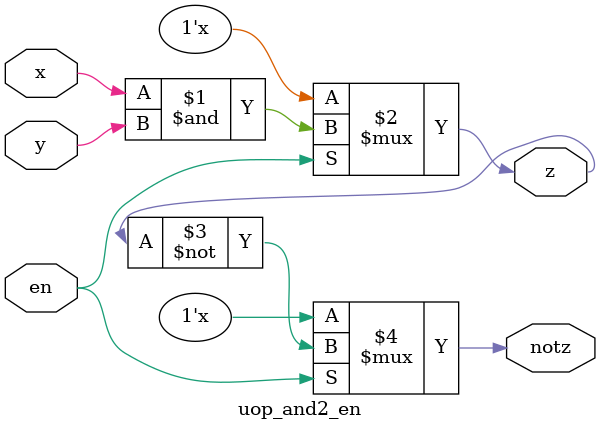
<source format=sv>


// Outputs are declared before inputs by convention
module uop_and2_en (output wire z, notz, input wire x,y,en);

//Wire assignment
assign z = en ? x & y : 'z;	//Operators based on C
assign notz = en ? ~z : 'z;

// Later we see the preferred always_comb and always_ff
endmodule
</source>
